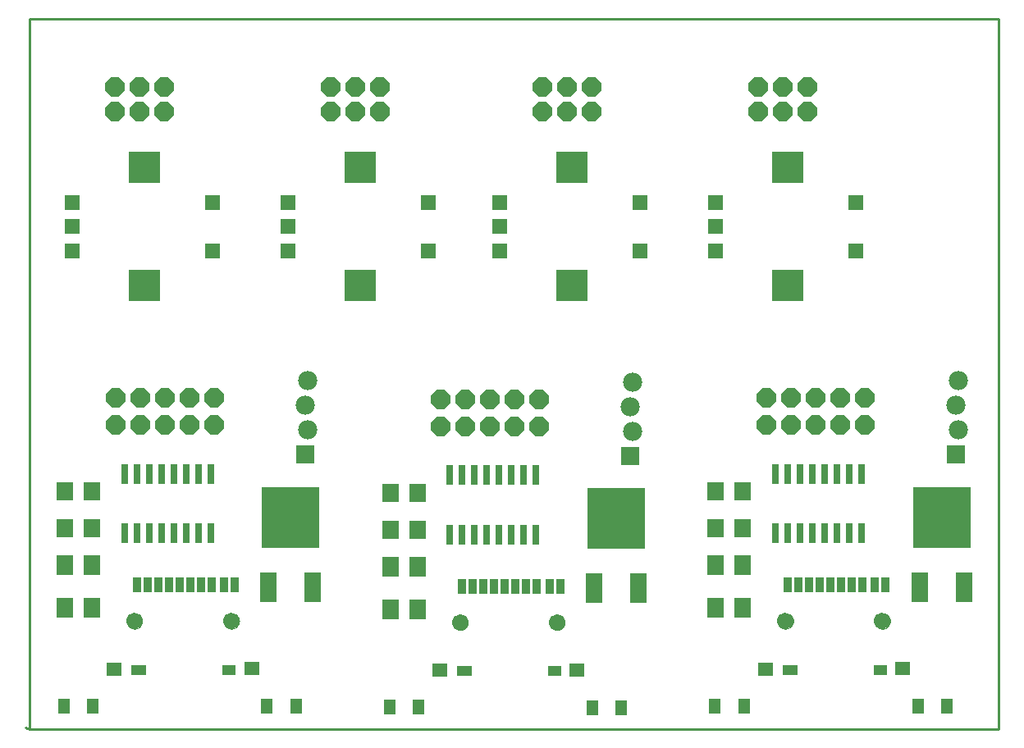
<source format=gts>
G75*
G70*
%OFA0B0*%
%FSLAX24Y24*%
%IPPOS*%
%LPD*%
%AMOC8*
5,1,8,0,0,1.08239X$1,22.5*
%
%ADD10C,0.0100*%
%ADD11OC8,0.0780*%
%ADD12R,0.0634X0.0634*%
%ADD13R,0.1306X0.1306*%
%ADD14R,0.2323X0.2481*%
%ADD15R,0.0670X0.1221*%
%ADD16R,0.0670X0.0749*%
%ADD17R,0.0300X0.0840*%
%ADD18R,0.0631X0.0571*%
%ADD19R,0.0591X0.0434*%
%ADD20R,0.0552X0.0434*%
%ADD21R,0.0335X0.0631*%
%ADD22C,0.0000*%
%ADD23C,0.0670*%
%ADD24R,0.0512X0.0591*%
%ADD25R,0.0670X0.0827*%
%ADD26R,0.0780X0.0780*%
%ADD27C,0.0780*%
D10*
X000304Y002050D02*
X000304Y030914D01*
X039674Y030914D01*
X039674Y002050D01*
X000304Y002050D01*
X000150Y002101D01*
D11*
X003794Y014410D03*
X004794Y014410D03*
X005794Y014410D03*
X006794Y014410D03*
X007794Y014410D03*
X007794Y015510D03*
X006794Y015510D03*
X005794Y015510D03*
X004794Y015510D03*
X003794Y015510D03*
X017016Y015458D03*
X018016Y015458D03*
X019016Y015458D03*
X020016Y015458D03*
X021016Y015458D03*
X021016Y014358D03*
X020016Y014358D03*
X019016Y014358D03*
X018016Y014358D03*
X017016Y014358D03*
X030239Y014410D03*
X031239Y014410D03*
X032239Y014410D03*
X033239Y014410D03*
X034239Y014410D03*
X034239Y015510D03*
X033239Y015510D03*
X032239Y015510D03*
X031239Y015510D03*
X030239Y015510D03*
X029916Y027142D03*
X030916Y027142D03*
X030916Y028142D03*
X029916Y028142D03*
X031916Y028142D03*
X031916Y027142D03*
X023153Y027142D03*
X023153Y028142D03*
X022153Y028142D03*
X021153Y028142D03*
X021153Y027142D03*
X022153Y027142D03*
X014543Y027142D03*
X013543Y027142D03*
X013543Y028142D03*
X014543Y028142D03*
X012543Y028142D03*
X012543Y027142D03*
X005779Y027142D03*
X005779Y028142D03*
X004779Y028142D03*
X004779Y027142D03*
X003779Y027142D03*
X003779Y028142D03*
D12*
X002030Y023448D03*
X002030Y022463D03*
X002030Y021479D03*
X007738Y021479D03*
X007738Y023448D03*
X010793Y023448D03*
X010793Y022463D03*
X010793Y021479D03*
X016502Y021479D03*
X016502Y023448D03*
X019403Y023448D03*
X019403Y022463D03*
X019403Y021479D03*
X025112Y021479D03*
X025112Y023448D03*
X028167Y023448D03*
X028167Y022463D03*
X028167Y021479D03*
X033876Y021479D03*
X033876Y023448D03*
D13*
X031120Y024865D03*
X031120Y020062D03*
X022356Y020062D03*
X022356Y024865D03*
X013746Y024865D03*
X013746Y020062D03*
X004983Y020062D03*
X004983Y024865D03*
D14*
X010919Y010647D03*
X024141Y010595D03*
X037364Y010647D03*
D15*
X038261Y007820D03*
X036466Y007820D03*
X025039Y007769D03*
X023244Y007769D03*
X011816Y007820D03*
X010021Y007820D03*
D16*
X014965Y010158D03*
X016067Y010158D03*
X016067Y011658D03*
X014965Y011658D03*
X002845Y011710D03*
X001743Y011710D03*
X001743Y010210D03*
X002845Y010210D03*
X028188Y010210D03*
X029290Y010210D03*
X029290Y011710D03*
X028188Y011710D03*
D17*
X030614Y012420D03*
X031114Y012420D03*
X031614Y012420D03*
X032114Y012420D03*
X032614Y012420D03*
X033114Y012420D03*
X033614Y012420D03*
X034114Y012420D03*
X034114Y010000D03*
X033614Y010000D03*
X033114Y010000D03*
X032614Y010000D03*
X032114Y010000D03*
X031614Y010000D03*
X031114Y010000D03*
X030614Y010000D03*
X020891Y009948D03*
X020391Y009948D03*
X019891Y009948D03*
X019391Y009948D03*
X018891Y009948D03*
X018391Y009948D03*
X017891Y009948D03*
X017391Y009948D03*
X017391Y012368D03*
X017891Y012368D03*
X018391Y012368D03*
X018891Y012368D03*
X019391Y012368D03*
X019891Y012368D03*
X020391Y012368D03*
X020891Y012368D03*
X007669Y012420D03*
X007169Y012420D03*
X006669Y012420D03*
X006169Y012420D03*
X005669Y012420D03*
X005169Y012420D03*
X004669Y012420D03*
X004169Y012420D03*
X004169Y010000D03*
X004669Y010000D03*
X005169Y010000D03*
X005669Y010000D03*
X006169Y010000D03*
X006669Y010000D03*
X007169Y010000D03*
X007669Y010000D03*
D18*
X009329Y004507D03*
X003758Y004487D03*
X016981Y004436D03*
X022552Y004456D03*
X030203Y004487D03*
X035774Y004507D03*
D19*
X031197Y004448D03*
X017975Y004397D03*
X004752Y004448D03*
D20*
X008424Y004448D03*
X021646Y004397D03*
X034869Y004448D03*
D21*
X035085Y007903D03*
X034652Y007903D03*
X034140Y007903D03*
X033707Y007903D03*
X033274Y007903D03*
X032841Y007903D03*
X032408Y007903D03*
X031975Y007903D03*
X031542Y007903D03*
X031109Y007903D03*
X021863Y007851D03*
X021430Y007851D03*
X020918Y007851D03*
X020485Y007851D03*
X020052Y007851D03*
X019619Y007851D03*
X019186Y007851D03*
X018752Y007851D03*
X018319Y007851D03*
X017886Y007851D03*
X008640Y007903D03*
X008207Y007903D03*
X007695Y007903D03*
X007262Y007903D03*
X006829Y007903D03*
X006396Y007903D03*
X005963Y007903D03*
X005530Y007903D03*
X005097Y007903D03*
X004664Y007903D03*
D22*
X004260Y006436D02*
X004262Y006471D01*
X004268Y006506D01*
X004278Y006540D01*
X004291Y006573D01*
X004308Y006604D01*
X004329Y006632D01*
X004352Y006659D01*
X004379Y006682D01*
X004407Y006703D01*
X004438Y006720D01*
X004471Y006733D01*
X004505Y006743D01*
X004540Y006749D01*
X004575Y006751D01*
X004610Y006749D01*
X004645Y006743D01*
X004679Y006733D01*
X004712Y006720D01*
X004743Y006703D01*
X004771Y006682D01*
X004798Y006659D01*
X004821Y006632D01*
X004842Y006604D01*
X004859Y006573D01*
X004872Y006540D01*
X004882Y006506D01*
X004888Y006471D01*
X004890Y006436D01*
X004888Y006401D01*
X004882Y006366D01*
X004872Y006332D01*
X004859Y006299D01*
X004842Y006268D01*
X004821Y006240D01*
X004798Y006213D01*
X004771Y006190D01*
X004743Y006169D01*
X004712Y006152D01*
X004679Y006139D01*
X004645Y006129D01*
X004610Y006123D01*
X004575Y006121D01*
X004540Y006123D01*
X004505Y006129D01*
X004471Y006139D01*
X004438Y006152D01*
X004407Y006169D01*
X004379Y006190D01*
X004352Y006213D01*
X004329Y006240D01*
X004308Y006268D01*
X004291Y006299D01*
X004278Y006332D01*
X004268Y006366D01*
X004262Y006401D01*
X004260Y006436D01*
X008197Y006436D02*
X008199Y006471D01*
X008205Y006506D01*
X008215Y006540D01*
X008228Y006573D01*
X008245Y006604D01*
X008266Y006632D01*
X008289Y006659D01*
X008316Y006682D01*
X008344Y006703D01*
X008375Y006720D01*
X008408Y006733D01*
X008442Y006743D01*
X008477Y006749D01*
X008512Y006751D01*
X008547Y006749D01*
X008582Y006743D01*
X008616Y006733D01*
X008649Y006720D01*
X008680Y006703D01*
X008708Y006682D01*
X008735Y006659D01*
X008758Y006632D01*
X008779Y006604D01*
X008796Y006573D01*
X008809Y006540D01*
X008819Y006506D01*
X008825Y006471D01*
X008827Y006436D01*
X008825Y006401D01*
X008819Y006366D01*
X008809Y006332D01*
X008796Y006299D01*
X008779Y006268D01*
X008758Y006240D01*
X008735Y006213D01*
X008708Y006190D01*
X008680Y006169D01*
X008649Y006152D01*
X008616Y006139D01*
X008582Y006129D01*
X008547Y006123D01*
X008512Y006121D01*
X008477Y006123D01*
X008442Y006129D01*
X008408Y006139D01*
X008375Y006152D01*
X008344Y006169D01*
X008316Y006190D01*
X008289Y006213D01*
X008266Y006240D01*
X008245Y006268D01*
X008228Y006299D01*
X008215Y006332D01*
X008205Y006366D01*
X008199Y006401D01*
X008197Y006436D01*
X017483Y006385D02*
X017485Y006420D01*
X017491Y006455D01*
X017501Y006489D01*
X017514Y006522D01*
X017531Y006553D01*
X017552Y006581D01*
X017575Y006608D01*
X017602Y006631D01*
X017630Y006652D01*
X017661Y006669D01*
X017694Y006682D01*
X017728Y006692D01*
X017763Y006698D01*
X017798Y006700D01*
X017833Y006698D01*
X017868Y006692D01*
X017902Y006682D01*
X017935Y006669D01*
X017966Y006652D01*
X017994Y006631D01*
X018021Y006608D01*
X018044Y006581D01*
X018065Y006553D01*
X018082Y006522D01*
X018095Y006489D01*
X018105Y006455D01*
X018111Y006420D01*
X018113Y006385D01*
X018111Y006350D01*
X018105Y006315D01*
X018095Y006281D01*
X018082Y006248D01*
X018065Y006217D01*
X018044Y006189D01*
X018021Y006162D01*
X017994Y006139D01*
X017966Y006118D01*
X017935Y006101D01*
X017902Y006088D01*
X017868Y006078D01*
X017833Y006072D01*
X017798Y006070D01*
X017763Y006072D01*
X017728Y006078D01*
X017694Y006088D01*
X017661Y006101D01*
X017630Y006118D01*
X017602Y006139D01*
X017575Y006162D01*
X017552Y006189D01*
X017531Y006217D01*
X017514Y006248D01*
X017501Y006281D01*
X017491Y006315D01*
X017485Y006350D01*
X017483Y006385D01*
X021420Y006385D02*
X021422Y006420D01*
X021428Y006455D01*
X021438Y006489D01*
X021451Y006522D01*
X021468Y006553D01*
X021489Y006581D01*
X021512Y006608D01*
X021539Y006631D01*
X021567Y006652D01*
X021598Y006669D01*
X021631Y006682D01*
X021665Y006692D01*
X021700Y006698D01*
X021735Y006700D01*
X021770Y006698D01*
X021805Y006692D01*
X021839Y006682D01*
X021872Y006669D01*
X021903Y006652D01*
X021931Y006631D01*
X021958Y006608D01*
X021981Y006581D01*
X022002Y006553D01*
X022019Y006522D01*
X022032Y006489D01*
X022042Y006455D01*
X022048Y006420D01*
X022050Y006385D01*
X022048Y006350D01*
X022042Y006315D01*
X022032Y006281D01*
X022019Y006248D01*
X022002Y006217D01*
X021981Y006189D01*
X021958Y006162D01*
X021931Y006139D01*
X021903Y006118D01*
X021872Y006101D01*
X021839Y006088D01*
X021805Y006078D01*
X021770Y006072D01*
X021735Y006070D01*
X021700Y006072D01*
X021665Y006078D01*
X021631Y006088D01*
X021598Y006101D01*
X021567Y006118D01*
X021539Y006139D01*
X021512Y006162D01*
X021489Y006189D01*
X021468Y006217D01*
X021451Y006248D01*
X021438Y006281D01*
X021428Y006315D01*
X021422Y006350D01*
X021420Y006385D01*
X030705Y006436D02*
X030707Y006471D01*
X030713Y006506D01*
X030723Y006540D01*
X030736Y006573D01*
X030753Y006604D01*
X030774Y006632D01*
X030797Y006659D01*
X030824Y006682D01*
X030852Y006703D01*
X030883Y006720D01*
X030916Y006733D01*
X030950Y006743D01*
X030985Y006749D01*
X031020Y006751D01*
X031055Y006749D01*
X031090Y006743D01*
X031124Y006733D01*
X031157Y006720D01*
X031188Y006703D01*
X031216Y006682D01*
X031243Y006659D01*
X031266Y006632D01*
X031287Y006604D01*
X031304Y006573D01*
X031317Y006540D01*
X031327Y006506D01*
X031333Y006471D01*
X031335Y006436D01*
X031333Y006401D01*
X031327Y006366D01*
X031317Y006332D01*
X031304Y006299D01*
X031287Y006268D01*
X031266Y006240D01*
X031243Y006213D01*
X031216Y006190D01*
X031188Y006169D01*
X031157Y006152D01*
X031124Y006139D01*
X031090Y006129D01*
X031055Y006123D01*
X031020Y006121D01*
X030985Y006123D01*
X030950Y006129D01*
X030916Y006139D01*
X030883Y006152D01*
X030852Y006169D01*
X030824Y006190D01*
X030797Y006213D01*
X030774Y006240D01*
X030753Y006268D01*
X030736Y006299D01*
X030723Y006332D01*
X030713Y006366D01*
X030707Y006401D01*
X030705Y006436D01*
X034642Y006436D02*
X034644Y006471D01*
X034650Y006506D01*
X034660Y006540D01*
X034673Y006573D01*
X034690Y006604D01*
X034711Y006632D01*
X034734Y006659D01*
X034761Y006682D01*
X034789Y006703D01*
X034820Y006720D01*
X034853Y006733D01*
X034887Y006743D01*
X034922Y006749D01*
X034957Y006751D01*
X034992Y006749D01*
X035027Y006743D01*
X035061Y006733D01*
X035094Y006720D01*
X035125Y006703D01*
X035153Y006682D01*
X035180Y006659D01*
X035203Y006632D01*
X035224Y006604D01*
X035241Y006573D01*
X035254Y006540D01*
X035264Y006506D01*
X035270Y006471D01*
X035272Y006436D01*
X035270Y006401D01*
X035264Y006366D01*
X035254Y006332D01*
X035241Y006299D01*
X035224Y006268D01*
X035203Y006240D01*
X035180Y006213D01*
X035153Y006190D01*
X035125Y006169D01*
X035094Y006152D01*
X035061Y006139D01*
X035027Y006129D01*
X034992Y006123D01*
X034957Y006121D01*
X034922Y006123D01*
X034887Y006129D01*
X034853Y006139D01*
X034820Y006152D01*
X034789Y006169D01*
X034761Y006190D01*
X034734Y006213D01*
X034711Y006240D01*
X034690Y006268D01*
X034673Y006299D01*
X034660Y006332D01*
X034650Y006366D01*
X034644Y006401D01*
X034642Y006436D01*
D23*
X034957Y006436D03*
X031020Y006436D03*
X021735Y006385D03*
X017798Y006385D03*
X008512Y006436D03*
X004575Y006436D03*
D24*
X002884Y002982D03*
X001703Y002982D03*
X009951Y002962D03*
X011132Y002962D03*
X014926Y002931D03*
X016107Y002931D03*
X023173Y002911D03*
X024354Y002911D03*
X028148Y002982D03*
X029329Y002982D03*
X036396Y002962D03*
X037577Y002962D03*
D25*
X029290Y006960D03*
X028188Y006960D03*
X028188Y008710D03*
X029290Y008710D03*
X016067Y008658D03*
X014965Y008658D03*
X014965Y006908D03*
X016067Y006908D03*
X002845Y006960D03*
X001743Y006960D03*
X001743Y008710D03*
X002845Y008710D03*
D26*
X011494Y013210D03*
X024716Y013158D03*
X037939Y013210D03*
D27*
X038039Y014210D03*
X037939Y015210D03*
X038039Y016210D03*
X024816Y016158D03*
X024716Y015158D03*
X024816Y014158D03*
X011594Y014210D03*
X011494Y015210D03*
X011594Y016210D03*
M02*

</source>
